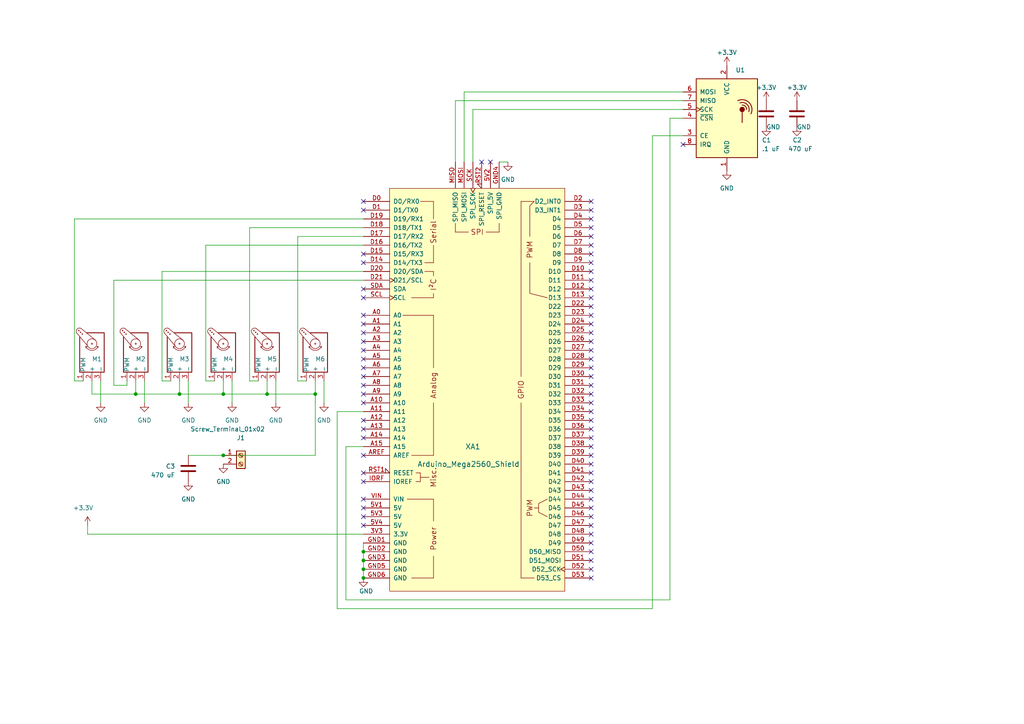
<source format=kicad_sch>
(kicad_sch (version 20250114) (generator "eeschema") (generator_version "9.0")
  (paper "A4")
  (lib_symbols
    (symbol "Arduino:Arduino_Mega2560_Shield" (pin_names (offset 1.016))
      (property "Reference" "XA" (at 0 -62.23 0))
      (property "Value" "Arduino_Mega2560_Shield" (at 0 -66.04 0))
      (symbol "Arduino_Mega2560_Shield_0_0"
        (rectangle (start -25.4 -58.42) (end 25.4 58.42) (fill (type background)))
        (polyline (pts (xy -21.59 21.59) (xy -12.7 21.59)))
        (rectangle (start -20.32 -31.75) (end -12.7 -31.75))
        (rectangle (start -19.05 26.67) (end -12.7 26.67))
        (rectangle (start -19.05 -19.05) (end -12.7 -19.05))
        (rectangle (start -19.05 -54.61) (end -12.7 -54.61))
        (rectangle (start -17.78 -24.13) (end -16.51 -24.13))
        (rectangle (start -17.78 -26.67) (end -16.51 -26.67))
        (rectangle (start -16.51 54.61) (end -12.7 54.61))
        (rectangle (start -16.51 -24.13) (end -16.51 -26.67))
        (rectangle (start -16.51 -25.4) (end -13.97 -25.4))
        (rectangle (start -15.24 36.83) (end -12.7 36.83))
        (rectangle (start -15.24 34.29) (end -12.7 34.29))
        (rectangle (start -12.7 49.53) (end -12.7 54.61))
        (rectangle (start -12.7 41.91) (end -12.7 36.83))
        (rectangle (start -12.7 34.29) (end -12.7 33.02))
        (rectangle (start -12.7 26.67) (end -12.7 27.94))
        (polyline (pts (xy -12.7 6.35) (xy -12.7 21.59)))
        (polyline (pts (xy -12.7 -19.05) (xy -12.7 -3.81)))
        (rectangle (start -12.7 -31.75) (end -12.7 -38.1))
        (rectangle (start -12.7 -54.61) (end -12.7 -48.26))
        (rectangle (start -6.35 48.26) (end -6.35 45.72))
        (rectangle (start -2.54 45.72) (end -6.35 45.72))
        (rectangle (start 6.35 48.26) (end 6.35 45.72))
        (rectangle (start 6.35 45.72) (end 2.54 45.72))
        (polyline (pts (xy 12.7 54.61) (xy 16.51 54.61)))
        (polyline (pts (xy 12.7 -54.61) (xy 16.51 -54.61)))
        (polyline (pts (xy 15.24 44.45) (xy 15.24 53.34) (xy 16.51 54.61)))
        (polyline (pts (xy 15.24 36.83) (xy 15.24 27.94) (xy 20.32 26.67)))
        (polyline (pts (xy 17.78 -34.29) (xy 16.51 -34.29)))
        (polyline (pts (xy 20.32 -31.75) (xy 17.78 -33.02) (xy 17.78 -35.56) (xy 20.32 -36.83)))
        (text "Serial" (at -12.7 45.72 900) (effects (font (size 1.524 1.524))))
        (text "I²C" (at -12.7 30.48 900) (effects (font (size 1.524 1.524))))
        (text "Analog" (at -12.7 1.27 900) (effects (font (size 1.524 1.524))))
        (text "Misc." (at -12.7 -25.4 900) (effects (font (size 1.524 1.524))))
        (text "Power" (at -12.7 -43.18 900) (effects (font (size 1.524 1.524))))
        (text "SPI" (at 0 45.72 0) (effects (font (size 1.524 1.524))))
        (text "PWM" (at 15.24 40.64 900) (effects (font (size 1.524 1.524))))
        (text "PWM" (at 15.24 -34.29 900) (effects (font (size 1.524 1.524))))
      )
      (symbol "Arduino_Mega2560_Shield_1_0"
        (rectangle (start 12.7 54.61) (end 12.7 3.81))
        (rectangle (start 12.7 -54.61) (end 12.7 -3.81))
        (text "GPIO" (at 12.7 0 900) (effects (font (size 1.524 1.524))))
      )
      (symbol "Arduino_Mega2560_Shield_1_1"
        (pin bidirectional line (at -33.02 54.61 0) (length 7.62) (name "D0/RX0") (number "D0"))
        (pin bidirectional line (at -33.02 52.07 0) (length 7.62) (name "D1/TX0") (number "D1"))
        (pin bidirectional line (at -33.02 49.53 0) (length 7.62) (name "D19/RX1") (number "D19"))
        (pin bidirectional line (at -33.02 46.99 0) (length 7.62) (name "D18/TX1") (number "D18"))
        (pin bidirectional line (at -33.02 44.45 0) (length 7.62) (name "D17/RX2") (number "D17"))
        (pin bidirectional line (at -33.02 41.91 0) (length 7.62) (name "D16/TX2") (number "D16"))
        (pin bidirectional line (at -33.02 39.37 0) (length 7.62) (name "D15/RX3") (number "D15"))
        (pin bidirectional line (at -33.02 36.83 0) (length 7.62) (name "D14/TX3") (number "D14"))
        (pin bidirectional line (at -33.02 34.29 0) (length 7.62) (name "D20/SDA") (number "D20"))
        (pin bidirectional clock (at -33.02 31.75 0) (length 7.62) (name "D21/SCL") (number "D21"))
        (pin bidirectional line (at -33.02 29.21 0) (length 7.62) (name "SDA") (number "SDA"))
        (pin bidirectional clock (at -33.02 26.67 0) (length 7.62) (name "SCL") (number "SCL"))
        (pin bidirectional line (at -33.02 21.59 0) (length 7.62) (name "A0") (number "A0"))
        (pin bidirectional line (at -33.02 19.05 0) (length 7.62) (name "A1") (number "A1"))
        (pin bidirectional line (at -33.02 16.51 0) (length 7.62) (name "A2") (number "A2"))
        (pin bidirectional line (at -33.02 13.97 0) (length 7.62) (name "A3") (number "A3"))
        (pin bidirectional line (at -33.02 11.43 0) (length 7.62) (name "A4") (number "A4"))
        (pin bidirectional line (at -33.02 8.89 0) (length 7.62) (name "A5") (number "A5"))
        (pin bidirectional line (at -33.02 6.35 0) (length 7.62) (name "A6") (number "A6"))
        (pin bidirectional line (at -33.02 3.81 0) (length 7.62) (name "A7") (number "A7"))
        (pin bidirectional line (at -33.02 1.27 0) (length 7.62) (name "A8") (number "A8"))
        (pin bidirectional line (at -33.02 -1.27 0) (length 7.62) (name "A9") (number "A9"))
        (pin bidirectional line (at -33.02 -3.81 0) (length 7.62) (name "A10") (number "A10"))
        (pin bidirectional line (at -33.02 -6.35 0) (length 7.62) (name "A11") (number "A11"))
        (pin bidirectional line (at -33.02 -8.89 0) (length 7.62) (name "A12") (number "A12"))
        (pin bidirectional line (at -33.02 -11.43 0) (length 7.62) (name "A13") (number "A13"))
        (pin bidirectional line (at -33.02 -13.97 0) (length 7.62) (name "A14") (number "A14"))
        (pin bidirectional line (at -33.02 -16.51 0) (length 7.62) (name "A15") (number "A15"))
        (pin input line (at -33.02 -19.05 0) (length 7.62) (name "AREF") (number "AREF"))
        (pin open_collector input_low (at -33.02 -24.13 0) (length 7.62) (name "RESET") (number "RST1"))
        (pin output line (at -33.02 -26.67 0) (length 7.62) (name "IOREF") (number "IORF"))
        (pin power_in line (at -33.02 -31.75 0) (length 7.62) (name "VIN") (number "VIN"))
        (pin power_in line (at -33.02 -34.29 0) (length 7.62) (name "5V") (number "5V1"))
        (pin power_in line (at -33.02 -36.83 0) (length 7.62) (name "5V") (number "5V3"))
        (pin power_in line (at -33.02 -39.37 0) (length 7.62) (name "5V") (number "5V4"))
        (pin power_out line (at -33.02 -41.91 0) (length 7.62) (name "3.3V") (number "3V3"))
        (pin power_in line (at -33.02 -44.45 0) (length 7.62) (name "GND") (number "GND1"))
        (pin power_in line (at -33.02 -46.99 0) (length 7.62) (name "GND") (number "GND2"))
        (pin power_in line (at -33.02 -49.53 0) (length 7.62) (name "GND") (number "GND3"))
        (pin power_in line (at -33.02 -52.07 0) (length 7.62) (name "GND") (number "GND5"))
        (pin power_in line (at -33.02 -54.61 0) (length 7.62) (name "GND") (number "GND6"))
        (pin input line (at -6.35 66.04 270) (length 7.62) (name "SPI_MISO") (number "MISO"))
        (pin output line (at -3.81 66.04 270) (length 7.62) (name "SPI_MOSI") (number "MOSI"))
        (pin output clock (at -1.27 66.04 270) (length 7.62) (name "SPI_SCK") (number "SCK"))
        (pin open_collector input_low (at 1.27 66.04 270) (length 7.62) (name "SPI_RESET") (number "RST2"))
        (pin power_in line (at 3.81 66.04 270) (length 7.62) (name "SPI_5V") (number "5V2"))
        (pin power_in line (at 6.35 66.04 270) (length 7.62) (name "SPI_GND") (number "GND4"))
        (pin bidirectional line (at 33.02 54.61 180) (length 7.62) (name "D2_INT0") (number "D2"))
        (pin bidirectional line (at 33.02 52.07 180) (length 7.62) (name "D3_INT1") (number "D3"))
        (pin bidirectional line (at 33.02 49.53 180) (length 7.62) (name "D4") (number "D4"))
        (pin bidirectional line (at 33.02 46.99 180) (length 7.62) (name "D5") (number "D5"))
        (pin bidirectional line (at 33.02 44.45 180) (length 7.62) (name "D6") (number "D6"))
        (pin bidirectional line (at 33.02 41.91 180) (length 7.62) (name "D7") (number "D7"))
        (pin bidirectional line (at 33.02 39.37 180) (length 7.62) (name "D8") (number "D8"))
        (pin bidirectional line (at 33.02 36.83 180) (length 7.62) (name "D9") (number "D9"))
        (pin bidirectional line (at 33.02 34.29 180) (length 7.62) (name "D10") (number "D10"))
        (pin bidirectional line (at 33.02 31.75 180) (length 7.62) (name "D11") (number "D11"))
        (pin bidirectional line (at 33.02 29.21 180) (length 7.62) (name "D12") (number "D12"))
        (pin bidirectional line (at 33.02 26.67 180) (length 7.62) (name "D13") (number "D13"))
        (pin bidirectional line (at 33.02 24.13 180) (length 7.62) (name "D22") (number "D22"))
        (pin bidirectional line (at 33.02 21.59 180) (length 7.62) (name "D23") (number "D23"))
        (pin bidirectional line (at 33.02 19.05 180) (length 7.62) (name "D24") (number "D24"))
        (pin bidirectional line (at 33.02 16.51 180) (length 7.62) (name "D25") (number "D25"))
        (pin bidirectional line (at 33.02 13.97 180) (length 7.62) (name "D26") (number "D26"))
        (pin bidirectional line (at 33.02 11.43 180) (length 7.62) (name "D27") (number "D27"))
        (pin bidirectional line (at 33.02 8.89 180) (length 7.62) (name "D28") (number "D28"))
        (pin bidirectional line (at 33.02 6.35 180) (length 7.62) (name "D29") (number "D29"))
        (pin bidirectional line (at 33.02 3.81 180) (length 7.62) (name "D30") (number "D30"))
        (pin bidirectional line (at 33.02 1.27 180) (length 7.62) (name "D31") (number "D31"))
        (pin bidirectional line (at 33.02 -1.27 180) (length 7.62) (name "D32") (number "D32"))
        (pin bidirectional line (at 33.02 -3.81 180) (length 7.62) (name "D33") (number "D33"))
        (pin bidirectional line (at 33.02 -6.35 180) (length 7.62) (name "D34") (number "D34"))
        (pin bidirectional line (at 33.02 -8.89 180) (length 7.62) (name "D35") (number "D35"))
        (pin bidirectional line (at 33.02 -11.43 180) (length 7.62) (name "D36") (number "D36"))
        (pin bidirectional line (at 33.02 -13.97 180) (length 7.62) (name "D37") (number "D37"))
        (pin bidirectional line (at 33.02 -16.51 180) (length 7.62) (name "D38") (number "D38"))
        (pin bidirectional line (at 33.02 -19.05 180) (length 7.62) (name "D39") (number "D39"))
        (pin bidirectional line (at 33.02 -21.59 180) (length 7.62) (name "D40") (number "D40"))
        (pin bidirectional line (at 33.02 -24.13 180) (length 7.62) (name "D41") (number "D41"))
        (pin bidirectional line (at 33.02 -26.67 180) (length 7.62) (name "D42") (number "D42"))
        (pin bidirectional line (at 33.02 -29.21 180) (length 7.62) (name "D43") (number "D43"))
        (pin bidirectional line (at 33.02 -31.75 180) (length 7.62) (name "D44") (number "D44"))
        (pin bidirectional line (at 33.02 -34.29 180) (length 7.62) (name "D45") (number "D45"))
        (pin bidirectional line (at 33.02 -36.83 180) (length 7.62) (name "D46") (number "D46"))
        (pin bidirectional line (at 33.02 -39.37 180) (length 7.62) (name "D47") (number "D47"))
        (pin bidirectional line (at 33.02 -41.91 180) (length 7.62) (name "D48") (number "D48"))
        (pin bidirectional line (at 33.02 -44.45 180) (length 7.62) (name "D49") (number "D49"))
        (pin bidirectional line (at 33.02 -46.99 180) (length 7.62) (name "D50_MISO") (number "D50"))
        (pin bidirectional line (at 33.02 -49.53 180) (length 7.62) (name "D51_MOSI") (number "D51"))
        (pin bidirectional clock (at 33.02 -52.07 180) (length 7.62) (name "D52_SCK") (number "D52"))
        (pin bidirectional line (at 33.02 -54.61 180) (length 7.62) (name "D53_CS") (number "D53"))
      )
    )
    (symbol "Connector:Screw_Terminal_01x02" (pin_names (offset 1.016) (hide yes))
      (property "Reference" "J" (at 0 2.54 0))
      (property "Value" "Screw_Terminal_01x02" (at 0 -5.08 0))
      (symbol "Screw_Terminal_01x02_1_1"
        (rectangle (start -1.27 1.27) (end 1.27 -3.81) (stroke (width 0.254)) (fill (type background)))
        (polyline (pts (xy -0.5334 0.3302) (xy 0.3302 -0.508)) (stroke (width 0.1524)))
        (polyline (pts (xy -0.5334 -2.2098) (xy 0.3302 -3.048)) (stroke (width 0.1524)))
        (polyline (pts (xy -0.3556 0.508) (xy 0.508 -0.3302)) (stroke (width 0.1524)))
        (polyline (pts (xy -0.3556 -2.032) (xy 0.508 -2.8702)) (stroke (width 0.1524)))
        (circle (center 0 0) (radius 0.635) (stroke (width 0.1524)))
        (circle (center 0 -2.54) (radius 0.635) (stroke (width 0.1524)))
        (pin passive line (at -5.08 0 0) (length 3.81) (name "Pin_1") (number "1"))
        (pin passive line (at -5.08 -2.54 0) (length 3.81) (name "Pin_2") (number "2"))
      )
    )
    (symbol "Device:C" (pin_numbers (hide yes)) (pin_names (offset 0.254))
      (property "Reference" "C" (at 0.635 2.54 0))
      (property "Value" "C" (at 0.635 -2.54 0))
      (symbol "C_0_1"
        (polyline (pts (xy -2.032 0.762) (xy 2.032 0.762)) (stroke (width 0.508)))
        (polyline (pts (xy -2.032 -0.762) (xy 2.032 -0.762)) (stroke (width 0.508)))
      )
      (symbol "C_1_1"
        (pin passive line (at 0 3.81 270) (length 2.794) (name "~") (number "1"))
        (pin passive line (at 0 -3.81 90) (length 2.794) (name "~") (number "2"))
      )
    )
    (symbol "Motor:Motor_Servo" (pin_names (offset 0.0254))
      (property "Reference" "M" (at -5.08 4.445 0))
      (property "Value" "Motor_Servo" (at -5.08 -4.064 0))
      (symbol "Motor_Servo_0_1"
        (polyline (pts (xy 2.413 1.778) (xy 1.905 1.778)))
        (polyline (pts (xy 2.413 1.778) (xy 2.286 1.397)))
        (polyline (pts (xy 2.413 -1.778) (xy 2.032 -1.778)))
        (polyline (pts (xy 2.413 -1.778) (xy 2.286 -1.397)))
        (arc (start 2.413 -1.778) (mid 1.2406 0) (end 2.413 1.778))
        (circle (center 3.175 0) (radius 0.1778))
        (circle (center 3.175 0) (radius 1.4224))
        (polyline (pts (xy 5.08 3.556) (xy -5.08 3.556) (xy -5.08 -3.556) (xy 6.35 -3.556) (xy 6.35 1.524)) (stroke (width 0.254)))
        (circle (center 5.969 2.794) (radius 0.127))
        (polyline (pts (xy 6.35 4.445) (xy 2.54 1.27)))
        (circle (center 6.477 3.302) (radius 0.127))
        (arc (start 6.35 4.445) (mid 7.4487 4.2737) (end 7.62 3.175))
        (circle (center 6.985 3.81) (radius 0.127))
        (polyline (pts (xy 7.62 3.175) (xy 4.191 -1.016)))
      )
      (symbol "Motor_Servo_1_1"
        (pin passive line (at -7.62 2.54 0) (length 2.54) (name "PWM") (number "1"))
        (pin passive line (at -7.62 0 0) (length 2.54) (name "+") (number "2"))
        (pin passive line (at -7.62 -2.54 0) (length 2.54) (name "-") (number "3"))
      )
    )
    (symbol "RF:NRF24L01_Breakout" (pin_names (offset 1.016))
      (property "Reference" "U" (at -8.89 12.7 0))
      (property "Value" "NRF24L01_Breakout" (at 3.81 12.7 0))
      (symbol "NRF24L01_Breakout_0_1"
        (rectangle (start -8.89 11.43) (end 8.89 -11.43) (stroke (width 0.254)) (fill (type background)))
        (arc (start 3.175 5.08) (mid 6.453 4.548) (end 6.985 1.27) (stroke (width 0.254)))
        (circle (center 4.445 2.54) (radius 0.635) (stroke (width 0.254)) (fill (type outline)))
        (polyline (pts (xy 4.445 1.905) (xy 4.445 -1.27)) (stroke (width 0.254)))
        (arc (start 3.81 4.445) (mid 5.8835 3.9785) (end 6.35 1.905) (stroke (width 0.254)))
        (arc (start 4.445 3.81) (mid 5.3558 3.4508) (end 5.715 2.54) (stroke (width 0.254)))
      )
      (symbol "NRF24L01_Breakout_1_1"
        (pin input line (at -12.7 7.62 0) (length 3.81) (name "MOSI") (number "6"))
        (pin output line (at -12.7 5.08 0) (length 3.81) (name "MISO") (number "7"))
        (pin input clock (at -12.7 2.54 0) (length 3.81) (name "SCK") (number "5"))
        (pin input line (at -12.7 0 0) (length 3.81) (name "~{CSN}") (number "4"))
        (pin input line (at -12.7 -5.08 0) (length 3.81) (name "CE") (number "3"))
        (pin output line (at -12.7 -7.62 0) (length 3.81) (name "IRQ") (number "8"))
        (pin power_in line (at 0 15.24 270) (length 3.81) (name "VCC") (number "2"))
        (pin power_in line (at 0 -15.24 90) (length 3.81) (name "GND") (number "1"))
      )
    )
    (symbol "power:+3.3V" (power) (pin_names (offset 0))
      (property "Value" "+3.3V" (at 0 3.556 0))
      (symbol "+3.3V_0_1"
        (polyline (pts (xy -0.762 1.27) (xy 0 2.54)))
        (polyline (pts (xy 0 2.54) (xy 0.762 1.27)))
        (polyline (pts (xy 0 0) (xy 0 2.54)))
      )
      (symbol "+3.3V_1_1"
        (pin power_in line (at 0 0 90) (length 0) (hide yes) (name "+3.3V") (number "1"))
      )
    )
    (symbol "power:GND" (power) (pin_names (offset 0))
      (property "Value" "GND" (at 0 -3.81 0))
      (symbol "GND_0_1"
        (polyline (pts (xy 0 0) (xy 0 -1.27) (xy 1.27 -1.27) (xy 0 -2.54) (xy -1.27 -1.27) (xy 0 -1.27)))
      )
      (symbol "GND_1_1"
        (pin power_in line (at 0 0 270) (length 0) (hide yes) (name "GND") (number "1"))
      )
    )
  )
  (junction (at 64.77 114.3))
  (junction (at 39.37 114.3))
  (junction (at 91.44 114.3))
  (junction (at 64.77 132.08))
  (junction (at 105.41 167.64))
  (junction (at 105.41 165.1))
  (junction (at 52.07 114.3))
  (junction (at 105.41 162.56))
  (junction (at 77.47 114.3))
  (junction (at 105.41 160.02))
  (no_connect (at 171.45 121.92))
  (no_connect (at 171.45 111.76))
  (no_connect (at 105.41 152.4))
  (no_connect (at 171.45 109.22))
  (no_connect (at 171.45 144.78))
  (no_connect (at 105.41 114.3))
  (no_connect (at 171.45 142.24))
  (no_connect (at 171.45 165.1))
  (no_connect (at 171.45 114.3))
  (no_connect (at 171.45 101.6))
  (no_connect (at 142.24 46.99))
  (no_connect (at 105.41 86.36))
  (no_connect (at 105.41 127))
  (no_connect (at 105.41 111.76))
  (no_connect (at 171.45 58.42))
  (no_connect (at 171.45 83.82))
  (no_connect (at 105.41 132.08))
  (no_connect (at 171.45 129.54))
  (no_connect (at 171.45 149.86))
  (no_connect (at 171.45 134.62))
  (no_connect (at 171.45 96.52))
  (no_connect (at 171.45 106.68))
  (no_connect (at 105.41 144.78))
  (no_connect (at 171.45 71.12))
  (no_connect (at 105.41 83.82))
  (no_connect (at 171.45 66.04))
  (no_connect (at 171.45 152.4))
  (no_connect (at 105.41 96.52))
  (no_connect (at 171.45 157.48))
  (no_connect (at 105.41 124.46))
  (no_connect (at 171.45 139.7))
  (no_connect (at 105.41 149.86))
  (no_connect (at 171.45 68.58))
  (no_connect (at 105.41 139.7))
  (no_connect (at 105.41 58.42))
  (no_connect (at 171.45 86.36))
  (no_connect (at 171.45 73.66))
  (no_connect (at 171.45 88.9))
  (no_connect (at 105.41 93.98))
  (no_connect (at 105.41 60.96))
  (no_connect (at 105.41 137.16))
  (no_connect (at 171.45 116.84))
  (no_connect (at 171.45 127))
  (no_connect (at 171.45 104.14))
  (no_connect (at 171.45 60.96))
  (no_connect (at 171.45 93.98))
  (no_connect (at 198.12 41.91))
  (no_connect (at 105.41 99.06))
  (no_connect (at 171.45 132.08))
  (no_connect (at 171.45 63.5))
  (no_connect (at 171.45 81.28))
  (no_connect (at 105.41 106.68))
  (no_connect (at 171.45 167.64))
  (no_connect (at 105.41 76.2))
  (no_connect (at 171.45 76.2))
  (no_connect (at 105.41 121.92))
  (no_connect (at 171.45 99.06))
  (no_connect (at 171.45 119.38))
  (no_connect (at 105.41 116.84))
  (no_connect (at 105.41 91.44))
  (no_connect (at 171.45 162.56))
  (no_connect (at 105.41 73.66))
  (no_connect (at 105.41 104.14))
  (no_connect (at 139.7 46.99))
  (no_connect (at 171.45 160.02))
  (no_connect (at 105.41 109.22))
  (no_connect (at 171.45 78.74))
  (no_connect (at 105.41 101.6))
  (no_connect (at 171.45 124.46))
  (no_connect (at 171.45 154.94))
  (no_connect (at 171.45 91.44))
  (no_connect (at 105.41 147.32))
  (no_connect (at 171.45 137.16))
  (no_connect (at 171.45 147.32))
  (wire (pts (xy 137.16 31.75) (xy 198.12 31.75)))
  (wire (pts (xy 134.62 26.67) (xy 134.62 46.99)))
  (wire (pts (xy 91.44 132.08) (xy 64.77 132.08)))
  (wire (pts (xy 132.08 29.21) (xy 198.12 29.21)))
  (wire (pts (xy 97.79 176.53) (xy 97.79 119.38)))
  (wire (pts (xy 80.01 116.84) (xy 80.01 110.49)))
  (wire (pts (xy 52.07 114.3) (xy 64.77 114.3)))
  (wire (pts (xy 97.79 119.38) (xy 105.41 119.38)))
  (wire (pts (xy 46.99 110.49) (xy 49.53 110.49)))
  (wire (pts (xy 41.91 110.49) (xy 41.91 116.84)))
  (wire (pts (xy 59.69 71.12) (xy 105.41 71.12)))
  (wire (pts (xy 105.41 160.02) (xy 105.41 157.48)))
  (wire (pts (xy 26.67 110.49) (xy 26.67 114.3)))
  (wire (pts (xy 25.4 154.94) (xy 105.41 154.94)))
  (wire (pts (xy 33.02 111.76) (xy 36.83 111.76)))
  (wire (pts (xy 59.69 71.12) (xy 59.69 110.49)))
  (wire (pts (xy 86.36 68.58) (xy 86.36 110.49)))
  (wire (pts (xy 86.36 110.49) (xy 88.9 110.49)))
  (wire (pts (xy 39.37 114.3) (xy 52.07 114.3)))
  (wire (pts (xy 36.83 110.49) (xy 36.83 111.76)))
  (wire (pts (xy 198.12 39.37) (xy 189.23 39.37)))
  (wire (pts (xy 137.16 46.99) (xy 137.16 31.75)))
  (wire (pts (xy 198.12 26.67) (xy 134.62 26.67)))
  (wire (pts (xy 100.33 129.54) (xy 105.41 129.54)))
  (wire (pts (xy 194.31 173.99) (xy 100.33 173.99)))
  (wire (pts (xy 194.31 34.29) (xy 194.31 173.99)))
  (wire (pts (xy 77.47 114.3) (xy 77.47 110.49)))
  (wire (pts (xy 189.23 39.37) (xy 189.23 176.53)))
  (wire (pts (xy 77.47 114.3) (xy 91.44 114.3)))
  (wire (pts (xy 33.02 81.28) (xy 33.02 111.76)))
  (wire (pts (xy 91.44 132.08) (xy 91.44 114.3)))
  (wire (pts (xy 105.41 162.56) (xy 105.41 160.02)))
  (wire (pts (xy 21.59 110.49) (xy 24.13 110.49)))
  (wire (pts (xy 64.77 114.3) (xy 77.47 114.3)))
  (wire (pts (xy 67.31 110.49) (xy 67.31 116.84)))
  (wire (pts (xy 52.07 110.49) (xy 52.07 114.3)))
  (wire (pts (xy 39.37 110.49) (xy 39.37 114.3)))
  (wire (pts (xy 64.77 132.08) (xy 54.61 132.08)))
  (wire (pts (xy 132.08 46.99) (xy 132.08 29.21)))
  (wire (pts (xy 46.99 78.74) (xy 46.99 110.49)))
  (wire (pts (xy 72.39 110.49) (xy 74.93 110.49)))
  (wire (pts (xy 64.77 110.49) (xy 64.77 114.3)))
  (wire (pts (xy 46.99 78.74) (xy 105.41 78.74)))
  (wire (pts (xy 105.41 165.1) (xy 105.41 162.56)))
  (wire (pts (xy 198.12 34.29) (xy 194.31 34.29)))
  (wire (pts (xy 105.41 63.5) (xy 21.59 63.5)))
  (wire (pts (xy 144.78 46.99) (xy 147.32 46.99)))
  (wire (pts (xy 54.61 110.49) (xy 54.61 116.84)))
  (wire (pts (xy 100.33 173.99) (xy 100.33 129.54)))
  (wire (pts (xy 189.23 176.53) (xy 97.79 176.53)))
  (wire (pts (xy 59.69 110.49) (xy 62.23 110.49)))
  (wire (pts (xy 72.39 66.04) (xy 72.39 110.49)))
  (wire (pts (xy 93.98 116.84) (xy 93.98 110.49)))
  (wire (pts (xy 105.41 167.64) (xy 105.41 165.1)))
  (wire (pts (xy 26.67 114.3) (xy 39.37 114.3)))
  (wire (pts (xy 25.4 154.94) (xy 25.4 152.4)))
  (wire (pts (xy 33.02 81.28) (xy 105.41 81.28)))
  (wire (pts (xy 91.44 114.3) (xy 91.44 110.49)))
  (wire (pts (xy 105.41 68.58) (xy 86.36 68.58)))
  (wire (pts (xy 29.21 110.49) (xy 29.21 116.84)))
  (wire (pts (xy 72.39 66.04) (xy 105.41 66.04)))
  (wire (pts (xy 21.59 63.5) (xy 21.59 110.49)))
  (symbol (lib_id "Motor:Motor_Servo") (at 91.44 102.87 90) (unit 1)
    (property "Reference" "M6" (at 91.44 104.14 90) (effects (justify right)))
    (property "Value" "Motor_Servo" (effects (hide yes)))
    (property "Footprint" "Connector_PinHeader_2.54mm:PinHeader_1x03_P2.54mm_Vertical" (effects (hide yes)))
    (property "Datasheet" "http://forums.parallax.com/uploads/attachments/46831/74481.png" (effects (hide yes)))
  )
  (symbol (lib_id "Device:C") (at 54.61 135.89 0) (mirror y) (unit 1)
    (property "Reference" "C3" (at 50.8 135.255 0) (effects (justify left)))
    (property "Value" "470 uF" (at 50.8 137.795 0) (effects (justify left)))
    (property "Footprint" "Capacitor_THT:CP_Radial_D10.0mm_P5.00mm" (effects (hide yes)))
  )
  (symbol (lib_id "Motor:Motor_Servo") (at 64.77 102.87 90) (unit 1)
    (property "Reference" "M4" (at 64.77 104.14 90) (effects (justify right)))
    (property "Value" "Motor_Servo" (effects (hide yes)))
    (property "Footprint" "Connector_PinHeader_2.54mm:PinHeader_1x03_P2.54mm_Vertical" (effects (hide yes)))
    (property "Datasheet" "http://forums.parallax.com/uploads/attachments/46831/74481.png" (effects (hide yes)))
  )
  (symbol (lib_id "Device:C") (at 231.14 33.02 0) (unit 1)
    (property "Reference" "C2" (at 229.87 40.64 0) (effects (justify left)))
    (property "Value" "470 uF" (at 228.6 43.18 0) (effects (justify left)))
    (property "Footprint" "Capacitor_THT:CP_Radial_D10.0mm_P5.00mm" (effects (hide yes)))
  )
  (symbol (lib_id "power:+3.3V") (at 25.4 152.4 0) (unit 1)
    (property "Reference" "#PWR013" (effects (hide yes)))
    (property "Value" "+3.3V" (at 24.13 147.32 0))
  )
  (symbol (lib_id "power:+3.3V") (at 231.14 29.21 0) (unit 1)
    (property "Reference" "#PWR011" (effects (hide yes)))
    (property "Value" "+3.3V" (at 231.14 25.4 0))
  )
  (symbol (lib_id "power:GND") (at 54.61 139.7 0) (mirror y) (unit 1)
    (property "Reference" "#PWR09" (effects (hide yes)))
    (property "Value" "GND" (at 54.61 144.78 0))
  )
  (symbol (lib_id "power:GND") (at 54.61 116.84 0) (unit 1)
    (property "Reference" "#PWR04" (effects (hide yes)))
    (property "Value" "GND" (at 54.61 121.92 0))
  )
  (symbol (lib_id "power:GND") (at 67.31 116.84 0) (unit 1)
    (property "Reference" "#PWR05" (effects (hide yes)))
    (property "Value" "GND" (at 67.31 121.92 0))
  )
  (symbol (lib_id "power:GND") (at 222.25 36.83 0) (unit 1)
    (property "Reference" "#PWR014" (effects (hide yes)))
    (property "Value" "GND" (at 222.25 36.83 0) (effects (justify left)))
  )
  (symbol (lib_id "power:GND") (at 29.21 116.84 0) (unit 1)
    (property "Reference" "#PWR07" (effects (hide yes)))
    (property "Value" "GND" (at 29.21 121.92 0))
  )
  (symbol (lib_id "power:GND") (at 80.01 116.84 0) (unit 1)
    (property "Reference" "#PWR06" (effects (hide yes)))
    (property "Value" "GND" (at 80.01 121.92 0))
  )
  (symbol (lib_id "power:GND") (at 41.91 116.84 0) (unit 1)
    (property "Reference" "#PWR01" (effects (hide yes)))
    (property "Value" "GND" (at 41.91 121.92 0))
  )
  (symbol (lib_id "Motor:Motor_Servo") (at 77.47 102.87 90) (unit 1)
    (property "Reference" "M5" (at 77.47 104.14 90) (effects (justify right)))
    (property "Value" "Motor_Servo" (effects (hide yes)))
    (property "Footprint" "Connector_PinHeader_2.54mm:PinHeader_1x03_P2.54mm_Vertical" (effects (hide yes)))
    (property "Datasheet" "http://forums.parallax.com/uploads/attachments/46831/74481.png" (effects (hide yes)))
  )
  (symbol (lib_id "power:GND") (at 210.82 49.53 0) (unit 1)
    (property "Reference" "#PWR02" (effects (hide yes)))
    (property "Value" "GND" (at 210.82 54.61 0))
  )
  (symbol (lib_id "RF:NRF24L01_Breakout") (at 210.82 34.29 0) (unit 1)
    (property "Reference" "U1" (at 213.36 20.32 0) (effects (justify left)))
    (property "Value" "NRF24L01_Breakout" (effects (hide yes)))
    (property "Footprint" "RF_Module:nRF24L01_Breakout" (effects (hide yes)))
    (property "Datasheet" "http://www.nordicsemi.com/eng/content/download/2730/34105/file/nRF24L01_Product_Specification_v2_0.pdf" (effects (hide yes)))
  )
  (symbol (lib_id "Motor:Motor_Servo") (at 39.37 102.87 90) (unit 1)
    (property "Reference" "M2" (at 39.37 104.14 90) (effects (justify right)))
    (property "Value" "Motor_Servo" (effects (hide yes)))
    (property "Footprint" "Connector_PinHeader_2.54mm:PinHeader_1x03_P2.54mm_Vertical" (effects (hide yes)))
    (property "Datasheet" "http://forums.parallax.com/uploads/attachments/46831/74481.png" (effects (hide yes)))
  )
  (symbol (lib_id "Device:C") (at 222.25 33.02 0) (unit 1)
    (property "Reference" "C1" (at 220.98 40.64 0) (effects (justify left)))
    (property "Value" ".1 uF" (at 220.98 43.18 0) (effects (justify left)))
    (property "Footprint" "Capacitor_THT:C_Disc_D3.0mm_W1.6mm_P2.50mm" (effects (hide yes)))
  )
  (symbol (lib_id "power:GND") (at 64.77 134.62 0) (mirror y) (unit 1)
    (property "Reference" "#PWR08" (effects (hide yes)))
    (property "Value" "GND" (at 64.77 139.7 0))
  )
  (symbol (lib_id "power:+3.3V") (at 222.25 29.21 0) (unit 1)
    (property "Reference" "#PWR012" (effects (hide yes)))
    (property "Value" "+3.3V" (at 222.25 25.4 0))
  )
  (symbol (lib_id "power:GND") (at 105.41 167.64 0) (unit 1)
    (property "Reference" "#PWR03" (effects (hide yes)))
    (property "Value" "GND" (at 104.14 171.45 0) (effects (justify left)))
  )
  (symbol (lib_id "power:+3.3V") (at 210.82 19.05 0) (unit 1)
    (property "Reference" "#PWR010" (effects (hide yes)))
    (property "Value" "+3.3V" (at 210.82 15.24 0))
  )
  (symbol (lib_id "Connector:Screw_Terminal_01x02") (at 69.85 132.08 0) (unit 1)
    (property "Reference" "J1" (at 69.85 127 0))
    (property "Value" "Screw_Terminal_01x02" (at 66.04 124.46 0))
    (property "Footprint" "TerminalBlock:TerminalBlock_bornier-2_P5.08mm" (effects (hide yes)))
  )
  (symbol (lib_id "power:GND") (at 231.14 36.83 0) (unit 1)
    (property "Reference" "#PWR015" (effects (hide yes)))
    (property "Value" "GND" (at 231.14 36.83 0) (effects (justify left)))
  )
  (symbol (lib_id "power:GND") (at 93.98 116.84 0) (unit 1)
    (property "Reference" "#PWR017" (effects (hide yes)))
    (property "Value" "GND" (at 93.98 121.92 0))
  )
  (symbol (lib_id "Arduino:Arduino_Mega2560_Shield") (at 138.43 113.03 0) (unit 1)
    (property "Reference" "XA1" (at 137.16 129.54 0) (effects (font (size 1.524 1.524))))
    (property "Value" "Arduino_Mega2560_Shield" (at 135.89 134.62 0) (effects (font (size 1.524 1.524))))
    (property "Footprint" "arduino-library:Arduino_Mega2560_Shield" (effects (hide yes)))
    (property "Datasheet" "https://docs.arduino.cc/hardware/mega-2560" (effects (hide yes)))
  )
  (symbol (lib_id "Motor:Motor_Servo") (at 26.67 102.87 90) (unit 1)
    (property "Reference" "M1" (at 26.67 104.14 90) (effects (justify right)))
    (property "Value" "Motor_Servo" (effects (hide yes)))
    (property "Footprint" "Connector_PinHeader_2.54mm:PinHeader_1x03_P2.54mm_Vertical" (effects (hide yes)))
    (property "Datasheet" "http://forums.parallax.com/uploads/attachments/46831/74481.png" (effects (hide yes)))
  )
  (symbol (lib_id "Motor:Motor_Servo") (at 52.07 102.87 90) (unit 1)
    (property "Reference" "M3" (at 52.07 104.14 90) (effects (justify right)))
    (property "Value" "Motor_Servo" (effects (hide yes)))
    (property "Footprint" "Connector_PinHeader_2.54mm:PinHeader_1x03_P2.54mm_Vertical" (effects (hide yes)))
    (property "Datasheet" "http://forums.parallax.com/uploads/attachments/46831/74481.png" (effects (hide yes)))
  )
  (symbol (lib_id "power:GND") (at 147.32 46.99 0) (mirror y) (unit 1)
    (property "Reference" "#PWR016" (effects (hide yes)))
    (property "Value" "GND" (at 147.32 52.07 0))
  )
)
</source>
